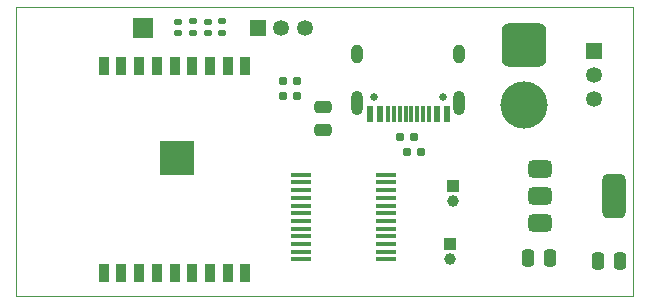
<source format=gts>
%TF.GenerationSoftware,KiCad,Pcbnew,9.0.3*%
%TF.CreationDate,2025-08-05T23:33:13-05:00*%
%TF.ProjectId,Battle_Bot_Mind,42617474-6c65-45f4-926f-745f4d696e64,rev?*%
%TF.SameCoordinates,Original*%
%TF.FileFunction,Soldermask,Top*%
%TF.FilePolarity,Negative*%
%FSLAX46Y46*%
G04 Gerber Fmt 4.6, Leading zero omitted, Abs format (unit mm)*
G04 Created by KiCad (PCBNEW 9.0.3) date 2025-08-05 23:33:13*
%MOMM*%
%LPD*%
G01*
G04 APERTURE LIST*
G04 Aperture macros list*
%AMRoundRect*
0 Rectangle with rounded corners*
0 $1 Rounding radius*
0 $2 $3 $4 $5 $6 $7 $8 $9 X,Y pos of 4 corners*
0 Add a 4 corners polygon primitive as box body*
4,1,4,$2,$3,$4,$5,$6,$7,$8,$9,$2,$3,0*
0 Add four circle primitives for the rounded corners*
1,1,$1+$1,$2,$3*
1,1,$1+$1,$4,$5*
1,1,$1+$1,$6,$7*
1,1,$1+$1,$8,$9*
0 Add four rect primitives between the rounded corners*
20,1,$1+$1,$2,$3,$4,$5,0*
20,1,$1+$1,$4,$5,$6,$7,0*
20,1,$1+$1,$6,$7,$8,$9,0*
20,1,$1+$1,$8,$9,$2,$3,0*%
G04 Aperture macros list end*
%ADD10RoundRect,0.760000X-1.140000X1.140000X-1.140000X-1.140000X1.140000X-1.140000X1.140000X1.140000X0*%
%ADD11C,4.000000*%
%ADD12R,0.900000X1.500000*%
%ADD13C,0.600000*%
%ADD14R,2.900000X2.900000*%
%ADD15R,1.700000X1.700000*%
%ADD16RoundRect,0.135000X0.185000X-0.135000X0.185000X0.135000X-0.185000X0.135000X-0.185000X-0.135000X0*%
%ADD17RoundRect,0.160000X0.197500X0.160000X-0.197500X0.160000X-0.197500X-0.160000X0.197500X-0.160000X0*%
%ADD18R,1.350000X1.350000*%
%ADD19C,1.350000*%
%ADD20RoundRect,0.160000X-0.197500X-0.160000X0.197500X-0.160000X0.197500X0.160000X-0.197500X0.160000X0*%
%ADD21R,1.000000X1.000000*%
%ADD22C,1.000000*%
%ADD23C,0.650000*%
%ADD24R,0.600000X1.450000*%
%ADD25R,0.300000X1.450000*%
%ADD26O,1.000000X2.100000*%
%ADD27O,1.000000X1.600000*%
%ADD28RoundRect,0.147500X0.172500X-0.147500X0.172500X0.147500X-0.172500X0.147500X-0.172500X-0.147500X0*%
%ADD29RoundRect,0.250000X-0.475000X0.250000X-0.475000X-0.250000X0.475000X-0.250000X0.475000X0.250000X0*%
%ADD30R,1.750000X0.450000*%
%ADD31RoundRect,0.375000X-0.625000X-0.375000X0.625000X-0.375000X0.625000X0.375000X-0.625000X0.375000X0*%
%ADD32RoundRect,0.500000X-0.500000X-1.400000X0.500000X-1.400000X0.500000X1.400000X-0.500000X1.400000X0*%
%ADD33RoundRect,0.250000X-0.250000X-0.475000X0.250000X-0.475000X0.250000X0.475000X-0.250000X0.475000X0*%
%ADD34RoundRect,0.250000X0.250000X0.475000X-0.250000X0.475000X-0.250000X-0.475000X0.250000X-0.475000X0*%
%TA.AperFunction,Profile*%
%ADD35C,0.050000*%
%TD*%
G04 APERTURE END LIST*
D10*
%TO.C,J2*%
X142750000Y-73750000D03*
D11*
X142750000Y-78750000D03*
%TD*%
D12*
%TO.C,U1*%
X107200000Y-93000000D03*
X108700000Y-93000000D03*
X110200000Y-93000000D03*
X111700000Y-93000000D03*
X113200000Y-93000000D03*
X114700000Y-93000000D03*
X116200000Y-93000000D03*
X117700000Y-93000000D03*
X119200000Y-93000000D03*
X119200000Y-75500000D03*
X117700000Y-75500000D03*
X116200000Y-75500000D03*
X114700000Y-75500000D03*
X113200000Y-75500000D03*
X111700000Y-75500000D03*
X110200000Y-75500000D03*
X108700000Y-75500000D03*
X107200000Y-75500000D03*
D13*
X112850000Y-84390000D03*
X113950000Y-84390000D03*
X112300000Y-83840000D03*
X113400000Y-83840000D03*
X114500000Y-83840000D03*
X112850000Y-83290000D03*
D14*
X113400000Y-83290000D03*
D13*
X113950000Y-83290000D03*
X112300000Y-82740000D03*
X113400000Y-82740000D03*
X114500000Y-82740000D03*
X112850000Y-82190000D03*
X113950000Y-82190000D03*
%TD*%
D15*
%TO.C,J4*%
X110500000Y-72250000D03*
%TD*%
D16*
%TO.C,R4*%
X114750000Y-72720000D03*
X114750000Y-71700000D03*
%TD*%
D17*
%TO.C,R6*%
X123597500Y-76788000D03*
X122402500Y-76788000D03*
%TD*%
D18*
%TO.C,DBG1*%
X120250000Y-72250000D03*
D19*
X122250000Y-72250000D03*
X124250000Y-72250000D03*
%TD*%
D17*
%TO.C,R5*%
X123597500Y-78038000D03*
X122402500Y-78038000D03*
%TD*%
D20*
%TO.C,R1*%
X132902500Y-82810000D03*
X134097500Y-82810000D03*
%TD*%
D21*
%TO.C,M2*%
X136500000Y-90550000D03*
D22*
X136500000Y-91820000D03*
%TD*%
D23*
%TO.C,J1*%
X135890000Y-78100000D03*
X130110000Y-78100000D03*
D24*
X136250000Y-79545000D03*
X135450000Y-79545000D03*
D25*
X134250000Y-79545000D03*
X133250000Y-79545000D03*
X132750000Y-79545000D03*
X131750000Y-79545000D03*
D24*
X130550000Y-79545000D03*
X129750000Y-79545000D03*
X129750000Y-79545000D03*
X130550000Y-79545000D03*
D25*
X131250000Y-79545000D03*
X132250000Y-79545000D03*
X133750000Y-79545000D03*
X134750000Y-79545000D03*
D24*
X135450000Y-79545000D03*
X136250000Y-79545000D03*
D26*
X137320000Y-78630000D03*
D27*
X137320000Y-74450000D03*
D26*
X128680000Y-78630000D03*
D27*
X128680000Y-74450000D03*
%TD*%
D21*
%TO.C,M1*%
X136800000Y-85625000D03*
D22*
X136800000Y-86895000D03*
%TD*%
D28*
%TO.C,D1*%
X116000000Y-72720000D03*
X116000000Y-71750000D03*
%TD*%
D29*
%TO.C,C1*%
X125750000Y-79000000D03*
X125750000Y-80900000D03*
%TD*%
D30*
%TO.C,U2*%
X131100000Y-91850000D03*
X131100000Y-91200000D03*
X131100000Y-90550000D03*
X131100000Y-89900000D03*
X131100000Y-89250000D03*
X131100000Y-88600000D03*
X131100000Y-87950000D03*
X131100000Y-87300000D03*
X131100000Y-86650000D03*
X131100000Y-86000000D03*
X131100000Y-85350000D03*
X131100000Y-84700000D03*
X123900000Y-84700000D03*
X123900000Y-85350000D03*
X123900000Y-86000000D03*
X123900000Y-86650000D03*
X123900000Y-87300000D03*
X123900000Y-87950000D03*
X123900000Y-88600000D03*
X123900000Y-89250000D03*
X123900000Y-89900000D03*
X123900000Y-90550000D03*
X123900000Y-91200000D03*
X123900000Y-91850000D03*
%TD*%
D16*
%TO.C,R3*%
X117250000Y-72720000D03*
X117250000Y-71700000D03*
%TD*%
D28*
%TO.C,D2*%
X113500000Y-72720000D03*
X113500000Y-71750000D03*
%TD*%
D31*
%TO.C,U4*%
X144100000Y-84200000D03*
X144100000Y-86500000D03*
D32*
X150400000Y-86500000D03*
D31*
X144100000Y-88800000D03*
%TD*%
D33*
%TO.C,C6*%
X143100000Y-91750000D03*
X145000000Y-91750000D03*
%TD*%
D34*
%TO.C,C5*%
X150950000Y-92000000D03*
X149050000Y-92000000D03*
%TD*%
D17*
%TO.C,R2*%
X133500000Y-81500000D03*
X132305000Y-81500000D03*
%TD*%
D18*
%TO.C,J3*%
X148750000Y-74250000D03*
D19*
X148750000Y-76250000D03*
X148750000Y-78250000D03*
%TD*%
D35*
X152000000Y-70500000D02*
X99750000Y-70500000D01*
X99750000Y-70500000D02*
X99750000Y-95000000D01*
X152000000Y-70500000D02*
X152000000Y-95000000D01*
X152000000Y-95000000D02*
X99750000Y-95000000D01*
M02*

</source>
